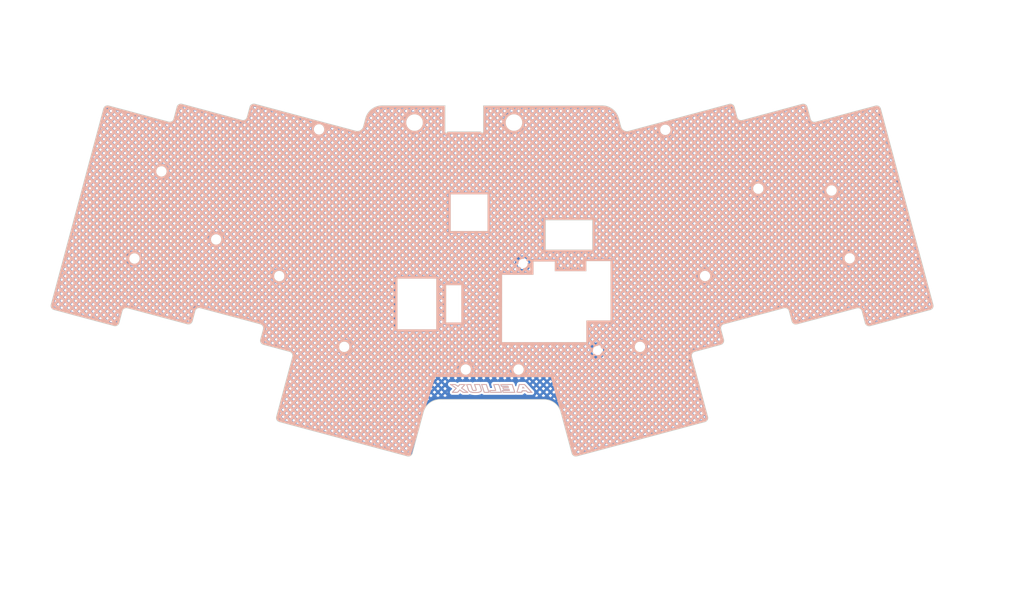
<source format=kicad_pcb>
(kicad_pcb (version 20221018) (generator pcbnew)
  (title_block (title "pcb/cut-slope") (rev "v1.0.0") (company "Unknown"))
  (layers (0 "F.Cu" signal) (31 "B.Cu" signal) (34 "B.Paste" user) (35 "F.Paste" user) (36 "B.SilkS" user "B.Silkscreen") (37 "F.SilkS" user "F.Silkscreen") (38 "B.Mask" user) (39 "F.Mask" user) (44 "Edge.Cuts" user))
  (net 0 "")
  (net 1 "GND")
  (net 2 "ROW3")
  (footprint "clipboard:a4cb5f54-3930-4dc3-aa11-6eaabd465d23" (layer "F.Cu") (at 259.398564 110.040769)
    (fp_text reference "" (at 0 0) (layer "F.SilkS") (effects (font (size 1.27 1.27))))
    (fp_text value "" (at 0 0) (layer "F.SilkS") (effects (font (size 1.27 1.27))))
    (fp_poly (pts (xy 3.6 0) (xy 4.73 0) (xy 5.37 1.91) (xy 4.24 1.92)) (stroke (width 0.2)) (fill none) (layer "B.Cu"))
    (fp_poly (pts (xy 13.54 0.5) (xy 13.97 0.96) (xy 13.4 0.96) (xy 13.53 0.49)) (stroke (width 0.01)) (fill solid) (layer "B.Cu"))
    (fp_poly (pts (xy 6.53 0) (xy 7.73 0) (xy 8.37 1.91) (xy 5.74 1.91) (xy 5.57 1.47) (xy 7.01 1.47)) (stroke (width 0.2)) (fill none) (layer "B.Cu"))
    (fp_poly (pts (xy 13.94 0) (xy 15.71 1.91) (xy 14.71 1.91) (xy 14.36 1.53) (xy 13.4 1.53) (xy 13.29 1.91) (xy 12.12 1.91) (xy 12.72 0)) (stroke (width 0.2)) (fill none) (layer "B.Cu"))
    (fp_poly (pts (xy -3.91 0) (xy -2.81 0.01) (xy -2.09 0.48) (xy -1.65 0) (xy -0.38 0) (xy -1.23 0.89) (xy 0.27 1.91) (xy -0.85 1.91) (xy -1.68 1.33) (xy -2.2 1.91) (xy -3.46 1.91) (xy -2.52 0.92)) (stroke (width 0.2)) (fill none) (layer "B.Cu"))
    (fp_poly (pts (xy 10.98 0) (xy 11.62 1.91) (xy 8.79 1.91) (xy 8.63 1.47) (xy 10.31 1.47) (xy 10.21 1.16) (xy 8.87 1.16) (xy 8.72 0.72) (xy 10.06 0.72) (xy 9.97 0.44) (xy 8.37 0.44) (xy 8.22 0)) (stroke (width 0.2)) (fill none) (layer "B.Cu"))
    (fp_poly (pts (xy 3.12 0) (xy 3.53 1.24) (xy 3.55 1.35) (xy 3.54 1.48) (xy 3.5 1.58) (xy 3.43 1.67) (xy 3.33 1.74) (xy 3.23 1.8) (xy 3.07 1.86) (xy 2.95 1.89) (xy 2.76 1.93) (xy 2.6 1.95) (xy 2.44 1.96) (xy 2.27 1.97) (xy 1.87 1.97) (xy 1.51 1.94) (xy 1.19 1.88) (xy 0.87 1.78) (xy 0.73 1.7) (xy 0.63 1.62) (xy 0.52 1.48) (xy 0.45 1.35) (xy 0.38 1.18) (xy 0.25 0.78) (xy 0 0) (xy 0.97 0) (xy 1.4 1.27) (xy 1.46 1.37) (xy 1.54 1.43) (xy 1.66 1.47) (xy 1.84 1.49) (xy 2.05 1.48) (xy 2.22 1.44) (xy 2.3 1.39) (xy 2.32 1.36) (xy 2.32 1.28) (xy 2.29 1.18) (xy 1.9 0)) (stroke (width 0.2)) (fill none) (layer "B.Cu"))
  )
  (footprint "MountingHole:MountingHole_2.2mm_M2_ISO7380" (layer "F.Cu") (at 272.992694 80.860272 -90)
    (fp_text reference "REF**" hide)
    (fp_text value "MountingHole_2.2mm_M2_ISO7380" hide)
    (pad "" np_thru_hole circle (at 0 0 270) (size 2.2 2.2) (drill 2.2) (layers "F&B.Cu" "*.Mask"))
  )
  (footprint "clipboard:f9645ed8-2e7a-4572-8def-d292b63cdce5" (layer "F.Cu") (at 275.118564 111.960769)
    (fp_text reference "" (at 0 0) (layer "F.SilkS") (effects (font (size 1.27 1.27))))
    (fp_text value "" (at 0 0) (layer "F.SilkS") (effects (font (size 1.27 1.27))))
    (fp_poly (pts (xy -12.11 -1.91) (xy -10.98 -1.91) (xy -10.34 0) (xy -11.47 0.01)) (stroke (width 0.2)) (fill none) (layer "B.SilkS"))
    (fp_poly (pts (xy -2.17 -1.41) (xy -1.74 -0.95) (xy -2.31 -0.95) (xy -2.18 -1.42)) (stroke (width 0.01)) (fill solid) (layer "B.SilkS"))
    (fp_poly (pts (xy -9.18 -1.91) (xy -7.98 -1.91) (xy -7.34 0) (xy -9.97 0) (xy -10.14 -0.44) (xy -8.7 -0.44)) (stroke (width 0.2)) (fill none) (layer "B.SilkS"))
    (fp_poly (pts (xy -1.77 -1.91) (xy 0 0) (xy -1 0) (xy -1.35 -0.38) (xy -2.31 -0.38) (xy -2.42 0) (xy -3.59 0) (xy -2.99 -1.91)) (stroke (width 0.2)) (fill none) (layer "B.SilkS"))
    (fp_poly (pts (xy -19.62 -1.91) (xy -18.52 -1.9) (xy -17.8 -1.43) (xy -17.36 -1.91) (xy -16.09 -1.91) (xy -16.94 -1.02) (xy -15.44 0) (xy -16.56 0) (xy -17.39 -0.58) (xy -17.91 0) (xy -19.17 0) (xy -18.23 -0.99)) (stroke (width 0.2)) (fill none) (layer "B.SilkS"))
    (fp_poly (pts (xy -4.73 -1.91) (xy -4.09 0) (xy -6.92 0) (xy -7.08 -0.44) (xy -5.4 -0.44) (xy -5.5 -0.75) (xy -6.84 -0.75) (xy -6.99 -1.19) (xy -5.65 -1.19) (xy -5.74 -1.47) (xy -7.34 -1.47) (xy -7.49 -1.91)) (stroke (width 0.2)) (fill none) (layer "B.SilkS"))
    (fp_poly (pts (xy -12.59 -1.91) (xy -12.18 -0.67) (xy -12.16 -0.56) (xy -12.17 -0.43) (xy -12.21 -0.33) (xy -12.28 -0.24) (xy -12.38 -0.17) (xy -12.48 -0.11) (xy -12.64 -0.05) (xy -12.76 -0.02) (xy -12.95 0.02) (xy -13.11 0.04) (xy -13.27 0.05) (xy -13.44 0.06) (xy -13.84 0.06) (xy -14.2 0.03) (xy -14.52 -0.03) (xy -14.84 -0.13) (xy -14.98 -0.21) (xy -15.08 -0.29) (xy -15.19 -0.43) (xy -15.26 -0.56) (xy -15.33 -0.73) (xy -15.46 -1.13) (xy -15.71 -1.91) (xy -14.74 -1.91) (xy -14.31 -0.64) (xy -14.25 -0.54) (xy -14.17 -0.48) (xy -14.05 -0.44) (xy -13.87 -0.42) (xy -13.66 -0.43) (xy -13.49 -0.47) (xy -13.41 -0.52) (xy -13.39 -0.55) (xy -13.39 -0.63) (xy -13.42 -0.73) (xy -13.81 -1.91)) (stroke (width 0.2)) (fill none) (layer "B.SilkS"))
  )
  (footprint "" (layer "F.Cu") (at 272.992694 80.860272)
    (fp_text reference "" (at 0 0) (layer "F.SilkS") (effects (font (size 1.27 1.27))))
    (fp_text value "" (at 0 0) (layer "F.SilkS") (effects (font (size 1.27 1.27))))
    (pad "" np_thru_hole circle (at 0 0 270) (size 2.2 2.2) (drill 2.2) (layers "F&B.Cu" "*.Mask"))
  )
  (footprint "MountingHole:MountingHole_2.2mm_M2_ISO7380" (layer "F.Cu") (at 290.982694 101.850272 180)
    (fp_text reference "REF**" hide)
    (fp_text value "MountingHole_2.2mm_M2_ISO7380" hide)
    (pad "" np_thru_hole circle (at 0 0 180) (size 2.2 2.2) (drill 2.2) (layers "F&B.Cu" "*.Mask"))
  )
  (gr_arc (start 254.789899 49.027573) (mid 254.489899 49.327573) (end 254.189899 49.027573) (stroke (width 0.15)) (layer "Edge.Cuts"))
  (gr_arc (start 207.033958 43.055875) (mid 207.501736 42.446236) (end 208.263564 42.345769) (stroke (width 0.15)) (layer "Edge.Cuts"))
  (gr_line (start 288.298564 99.835769) (end 288.298564 94.605769) (stroke (width 0.05)) (layer "Edge.Cuts"))
  (gr_arc (start 176.253564 92.315769) (mid 176.721342 91.70613) (end 177.48317 91.605663) (stroke (width 0.15)) (layer "Edge.Cuts"))
  (gr_arc (start 175.483564 95.190769) (mid 175.015786 95.800408) (end 174.253958 95.900875) (stroke (width 0.15)) (layer "Edge.Cuts"))
  (gr_line (start 159.048097 90.788941) (end 171.720786 43.470408) (stroke (width 0.15)) (layer "Edge.Cuts"))
  (gr_circle (center 229.838564 100.965769) (end 231.098564 100.965769) (stroke (width 0.05)) (fill none) (layer "Edge.Cuts"))
  (gr_line (start 298.482131 48.88568) (end 322.807754 42.361564) (stroke (width 0.15)) (layer "Edge.Cuts"))
  (gr_arc (start 358.120926 42.776097) (mid 358.882754 42.876563) (end 359.350532 43.486203) (stroke (width 0.15)) (layer "Edge.Cuts"))
  (gr_circle (center 316.938564 83.865769) (end 318.198564 83.865769) (stroke (width 0.05)) (fill none) (layer "Edge.Cuts"))
  (gr_arc (start 313.732648 103.37617) (mid 313.833114 102.614341) (end 314.442754 102.146564) (stroke (width 0.15)) (layer "Edge.Cuts"))
  (gr_circle (center 307.358564 48.575769) (end 308.618564 48.575769) (stroke (width 0.05)) (fill none) (layer "Edge.Cuts"))
  (gr_arc (start 216.628564 102.130769) (mid 217.238203 102.598547) (end 217.33867 103.360375) (stroke (width 0.15)) (layer "Edge.Cuts"))
  (gr_circle (center 301.24267 100.965769) (end 302.50267 100.965769) (stroke (width 0.05)) (fill none) (layer "Edge.Cuts"))
  (gr_line (start 353.588148 91.621458) (end 339.114582 95.497031) (stroke (width 0.15)) (layer "Edge.Cuts"))
  (gr_line (start 288.298564 80.260769) (end 288.298564 82.705769) (stroke (width 0.05)) (layer "Edge.Cuts"))
  (gr_circle (center 271.918564 106.445769) (end 273.178564 106.445769) (stroke (width 0.05)) (fill none) (layer "Edge.Cuts"))
  (gr_arc (start 353.588148 91.621458) (mid 354.349988 91.72191) (end 354.817754 92.331564) (stroke (width 0.15)) (layer "Edge.Cuts"))
  (gr_arc (start 209.568458 95.482991) (mid 210.178097 95.950769) (end 210.278564 96.712597) (stroke (width 0.15)) (layer "Edge.Cuts"))
  (gr_circle (center 347.478564 63.225769) (end 348.738564 63.225769) (stroke (width 0.05)) (fill none) (layer "Edge.Cuts"))
  (gr_line (start 213.458458 117.846163) (end 217.33867 103.360375) (stroke (width 0.15)) (layer "Edge.Cuts"))
  (gr_line (start 254.178564 42.730769) (end 254.189899 49.027573) (stroke (width 0.15)) (layer "Edge.Cuts"))
  (gr_line (start 294.128564 80.260769) (end 288.298564 80.260769) (stroke (width 0.05)) (layer "Edge.Cuts"))
  (gr_arc (start 321.46286 99.221958) (mid 321.362394 99.983787) (end 320.752754 100.451564) (stroke (width 0.15)) (layer "Edge.Cuts"))
  (gr_line (start 216.628564 102.130769) (end 210.318564 100.435769) (stroke (width 0.15)) (layer "Edge.Cuts"))
  (gr_line (start 234.946518 45.947038) (end 234.453564 47.790769) (stroke (width 0.15)) (layer "Edge.Cuts"))
  (gr_circle (center 198.908564 75.045769) (end 200.168564 75.045769) (stroke (width 0.05)) (fill none) (layer "Edge.Cuts"))
  (gr_line (start 188.671342 45.93613) (end 189.440786 43.055408) (stroke (width 0.15)) (layer "Edge.Cuts"))
  (gr_arc (start 320.792754 96.728392) (mid 320.893207 95.966556) (end 321.50286 95.498786) (stroke (width 0.15)) (layer "Edge.Cuts"))
  (gr_arc (start 206.37317 45.525663) (mid 205.905392 46.135302) (end 205.143564 46.235769) (stroke (width 0.15)) (layer "Edge.Cuts"))
  (gr_circle (center 214.148564 83.885769) (end 215.408564 83.885769) (stroke (width 0.05)) (fill none) (layer "Edge.Cuts"))
  (gr_arc (start 317.61286 117.861958) (mid 317.512394 118.623787) (end 316.902754 119.091564) (stroke (width 0.15)) (layer "Edge.Cuts"))
  (gr_line (start 359.350532 43.486203) (end 372.023221 90.804736) (stroke (width 0.15)) (layer "Edge.Cuts"))
  (gr_line (start 284.778566 126.65577) (end 282.173564 116.910769) (stroke (width 0.15)) (layer "Edge.Cuts"))
  (gr_arc (start 188.671342 45.93613) (mid 188.203564 46.545769) (end 187.441736 46.646236) (stroke (width 0.15)) (layer "Edge.Cuts"))
  (gr_arc (start 263.429899 49.027573) (mid 263.129899 49.327573) (end 262.829899 49.027573) (stroke (width 0.15)) (layer "Edge.Cuts"))
  (gr_line (start 238.993564 42.725769) (end 254.178564 42.730769) (stroke (width 0.15)) (layer "Edge.Cuts"))
  (gr_line (start 191.956736 95.481236) (end 177.48317 91.605663) (stroke (width 0.15)) (layer "Edge.Cuts"))
  (gr_line (start 296.636227 47.820923) (end 296.13561 45.947038) (stroke (width 0.15)) (layer "Edge.Cuts"))
  (gr_arc (start 246.291342 126.65113) (mid 245.823564 127.260768) (end 245.061736 127.361236) (stroke (width 0.15)) (layer "Edge.Cuts"))
  (gr_line (start 263.429899 49.027573) (end 263.433564 42.745769) (stroke (width 0.15)) (layer "Edge.Cuts"))
  (gr_arc (start 340.400926 42.361097) (mid 341.162754 42.461563) (end 341.630532 43.071203) (stroke (width 0.15)) (layer "Edge.Cuts"))
  (gr_line (start 175.483564 95.190769) (end 176.253564 92.315769) (stroke (width 0.15)) (layer "Edge.Cuts"))
  (gr_line (start 371.313115 92.034342) (end 356.81736 95.91667) (stroke (width 0.15)) (layer "Edge.Cuts"))
  (gr_arc (start 214.168564 119.075769) (mid 213.558925 118.607991) (end 213.458458 117.846163) (stroke (width 0.15)) (layer "Edge.Cuts"))
  (gr_arc (start 234.453564 47.790769) (mid 233.751227 48.705615) (end 232.60766 48.855526) (stroke (width 0.15)) (layer "Edge.Cuts"))
  (gr_arc (start 189.440786 43.055408) (mid 189.908564 42.445769) (end 190.670392 42.345302) (stroke (width 0.15)) (layer "Edge.Cuts"))
  (gr_arc (start 322.807754 42.361564) (mid 323.56958 42.462035) (end 324.03736 43.07167) (stroke (width 0.15)) (layer "Edge.Cuts"))
  (gr_arc (start 343.629582 46.662031) (mid 342.867758 46.561561) (end 342.399976 45.951925) (stroke (width 0.15)) (layer "Edge.Cuts"))
  (gr_rect (start 278.434814 70.360769) (end 289.768564 77.535769) (stroke (width 0.15)) (fill none) (layer "Edge.Cuts"))
  (gr_line (start 205.143564 46.235769) (end 190.670392 42.345302) (stroke (width 0.15)) (layer "Edge.Cuts"))
  (gr_arc (start 278.126518 113.6895) (mid 280.712787 114.593128) (end 282.173564 116.910769) (stroke (width 0.15)) (layer "Edge.Cuts"))
  (gr_circle (center 185.698564 58.615769) (end 186.958564 58.615769) (stroke (width 0.05)) (fill none) (layer "Edge.Cuts"))
  (gr_circle (center 179.188564 79.645769) (end 180.448564 79.645769) (stroke (width 0.05)) (fill none) (layer "Edge.Cuts"))
  (gr_line (start 267.928564 99.835769) (end 288.298564 99.835769) (stroke (width 0.05)) (layer "Edge.Cuts"))
  (gr_arc (start 292.088564 42.725769) (mid 294.674834 43.629395) (end 296.13561 45.947038) (stroke (width 0.15)) (layer "Edge.Cuts"))
  (gr_circle (center 246.808564 46.830769) (end 248.813564 46.835769) (stroke (width 0.05)) (fill none) (layer "Edge.Cuts"))
  (gr_line (start 280.668564 82.705769) (end 280.678564 80.375769) (stroke (width 0.05)) (layer "Edge.Cuts"))
  (gr_line (start 193.186342 94.77113) (end 193.843564 92.310769) (stroke (width 0.15)) (layer "Edge.Cuts"))
  (gr_line (start 324.03736 43.07167) (end 324.698148 45.541458) (stroke (width 0.15)) (layer "Edge.Cuts"))
  (gr_line (start 340.400926 42.361097) (end 325.927754 46.251564) (stroke (width 0.15)) (layer "Edge.Cuts"))
  (gr_arc (start 193.843958 92.305875) (mid 194.311736 91.696236) (end 195.073564 91.595769) (stroke (width 0.15)) (layer "Edge.Cuts"))
  (gr_line (start 174.253958 95.900875) (end 159.758203 92.018547) (stroke (width 0.15)) (layer "Edge.Cuts"))
  (gr_arc (start 298.482131 48.88568) (mid 297.338564 48.735769) (end 296.636227 47.820923) (stroke (width 0.15)) (layer "Edge.Cuts"))
  (gr_line (start 246.291342 126.65113) (end 248.908564 116.900769) (stroke (width 0.15)) (layer "Edge.Cuts"))
  (gr_line (start 288.298564 82.705769) (end 280.668564 82.705769) (stroke (width 0.05)) (layer "Edge.Cuts"))
  (gr_arc (start 325.927754 46.251564) (mid 325.165928 46.151093) (end 324.698148 45.541458) (stroke (width 0.15)) (layer "Edge.Cuts"))
  (gr_arc (start 171.720786 43.470408) (mid 172.188564 42.860769) (end 172.950392 42.760302) (stroke (width 0.15)) (layer "Edge.Cuts"))
  (gr_line (start 313.732648 103.37617) (end 317.61286 117.861958) (stroke (width 0.15)) (layer "Edge.Cuts"))
  (gr_line (start 341.630532 43.071203) (end 342.399976 45.951925) (stroke (width 0.15)) (layer "Edge.Cuts"))
  (gr_line (start 294.128564 94.605769) (end 294.128564 80.260769) (stroke (width 0.05)) (layer "Edge.Cuts"))
  (gr_line (start 267.938564 83.585769) (end 267.928564 99.835769) (stroke (width 0.05)) (layer "Edge.Cuts"))
  (gr_line (start 288.298564 94.605769) (end 294.128564 94.605769) (stroke (width 0.05)) (layer "Edge.Cuts"))
  (gr_arc (start 335.997754 91.611564) (mid 336.75958 91.712035) (end 337.22736 92.32167) (stroke (width 0.15)) (layer "Edge.Cuts"))
  (gr_rect (start 242.688564 84.485769) (end 252.063564 96.755769) (stroke (width 0.05)) (fill none) (layer "Edge.Cuts"))
  (gr_arc (start 159.758203 92.018547) (mid 159.148564 91.550769) (end 159.048097 90.788941) (stroke (width 0.15)) (layer "Edge.Cuts"))
  (gr_line (start 254.789899 49.027573) (end 262.829899 49.027573) (stroke (width 0.15)) (layer "Edge.Cuts"))
  (gr_line (start 337.227754 92.326564) (end 337.884976 94.786925) (stroke (width 0.15)) (layer "Edge.Cuts"))
  (gr_circle (center 351.868564 79.605769) (end 353.128564 79.605769) (stroke (width 0.05)) (fill none) (layer "Edge.Cuts"))
  (gr_arc (start 339.114582 95.497031) (mid 338.352753 95.396566) (end 337.884976 94.786925) (stroke (width 0.15)) (layer "Edge.Cuts"))
  (gr_arc (start 248.908564 116.900769) (mid 250.369341 114.583128) (end 252.95561 113.6795) (stroke (width 0.15)) (layer "Edge.Cuts"))
  (gr_rect (start 255.533564 64.170769) (end 264.428564 73.010769) (stroke (width 0.05)) (fill none) (layer "Edge.Cuts"))
  (gr_arc (start 286.008172 127.365876) (mid 285.246342 127.265411) (end 284.778566 126.65577) (stroke (width 0.15)) (layer "Edge.Cuts"))
  (gr_line (start 263.433564 42.745769) (end 292.088564 42.725769) (stroke (width 0.15)) (layer "Edge.Cuts"))
  (gr_line (start 209.568458 95.482991) (end 195.073564 91.595769) (stroke (width 0.15)) (layer "Edge.Cuts"))
  (gr_circle (center 223.748564 48.475769) (end 225.008564 48.475769) (stroke (width 0.05)) (fill none) (layer "Edge.Cuts"))
  (gr_circle (center 270.808564 46.825769) (end 272.813564 46.830769) (stroke (width 0.05)) (fill none) (layer "Edge.Cuts"))
  (gr_arc (start 234.946518 45.947038) (mid 236.407295 43.629397) (end 238.993564 42.725769) (stroke (width 0.15)) (layer "Edge.Cuts"))
  (gr_arc (start 356.81736 95.91667) (mid 356.055542 95.816189) (end 355.587754 95.206564) (stroke (width 0.15)) (layer "Edge.Cuts"))
  (gr_line (start 275.528564 80.375769) (end 275.528564 83.585769) (stroke (width 0.05)) (layer "Edge.Cuts"))
  (gr_arc (start 372.023221 90.804736) (mid 371.922749 91.566564) (end 371.313115 92.034342) (stroke (width 0.15)) (layer "Edge.Cuts"))
  (gr_arc (start 210.318564 100.435769) (mid 209.708925 99.967991) (end 209.608458 99.206163) (stroke (width 0.15)) (layer "Edge.Cuts"))
  (gr_line (start 208.263564 42.345769) (end 232.60766 48.855526) (stroke (width 0.15)) (layer "Edge.Cuts"))
  (gr_line (start 320.792754 96.728392) (end 321.46286 99.221958) (stroke (width 0.15)) (layer "Edge.Cuts"))
  (gr_line (start 280.678564 80.375769) (end 275.528564 80.375769) (stroke (width 0.05)) (layer "Edge.Cuts"))
  (gr_line (start 275.528564 83.585769) (end 267.938564 83.585769) (stroke (width 0.05)) (layer "Edge.Cuts"))
  (gr_line (start 316.902754 119.091564) (end 286.008172 127.365876) (stroke (width 0.15)) (layer "Edge.Cuts"))
  (gr_line (start 206.37317 45.525663) (end 207.033958 43.055875) (stroke (width 0.15)) (layer "Edge.Cuts"))
  (gr_circle (center 329.798564 62.785769) (end 331.058564 62.785769) (stroke (width 0.05)) (fill none) (layer "Edge.Cuts"))
  (gr_line (start 172.950392 42.760302) (end 187.441736 46.646236) (stroke (width 0.15)) (layer "Edge.Cuts"))
  (gr_rect (start 254.438564 86.085769) (end 258.108564 95.095769) (stroke (width 0.05)) (fill none) (layer "Edge.Cuts"))
  (gr_line (start 245.061736 127.361236) (end 214.168564 119.075769) (stroke (width 0.15)) (layer "Edge.Cuts"))
  (gr_circle (center 259.162668 106.445769) (end 260.422668 106.445769) (stroke (width 0.05)) (fill none) (layer "Edge.Cuts"))
  (gr_arc (start 193.186342 94.77113) (mid 192.718564 95.380769) (end 191.956736 95.481236) (stroke (width 0.15)) (layer "Edge.Cuts"))
  (gr_line (start 335.997754 91.611564) (end 321.50286 95.498786) (stroke (width 0.15)) (layer "Edge.Cuts"))
  (gr_line (start 209.608458 99.206163) (end 210.278564 96.712597) (stroke (width 0.15)) (layer "Edge.Cuts"))
  (gr_line (start 278.126518 113.6895) (end 252.95561 113.6795) (stroke (width 0.15)) (layer "Edge.Cuts"))
  (gr_line (start 343.629582 46.662031) (end 358.120926 42.776097) (stroke (width 0.15)) (layer "Edge.Cuts"))
  (gr_line (start 354.817754 92.331564) (end 355.587754 95.206564) (stroke (width 0.15)) (layer "Edge.Cuts"))
  (gr_line (start 320.752754 100.451564) (end 314.442754 102.146564) (stroke (width 0.15)) (layer "Edge.Cuts"))
  (segment (start 275.828564 75.915769) (end 276.438564 75.915769) (width 0.2) (layer "F.Cu") (net 2))
  (zone (net 1) (net_name "GND") (layer "B.Cu") (connect_pads (clearance 0.5)) (min_thickness 0.25) (fill yes (mode hatch) (thermal_gap 0.5) (thermal_bridge_width 0.5) (hatch_thickness 0.6) (hatch_gap 0.6) (hatch_orientation 45) (hatch_border_algorithm hatch_thickness) (hatch_min_hole_area 0.3))
    (polygon (pts (xy 156.958564 29.035769) (xy 379.458564 29.035769) (xy 379.458564 131.535769) (xy 156.958564 131.535769)))
  )
  (zone (net 0) (net_name "") (layer "B.SilkS") (connect_pads (clearance 0)) (min_thickness 0.25) (fill yes (mode hatch) (thermal_gap 0.5) (thermal_bridge_width 0.5) (hatch_thickness 0.6) (hatch_gap 0.6) (hatch_orientation 45) (hatch_border_algorithm hatch_thickness) (hatch_min_hole_area 0.3))
    (polygon (pts (xy 148.623564 17.255769) (xy 393.963564 19.420769) (xy 392.518564 162.295769) (xy 285.038564 127.365769) (xy 279.703564 108.295769) (xy 251.833564 108.265769) (xy 249.678564 114.915769) (xy 245.518564 128.450769) (xy 146.728564 123.200769) (xy 148.628564 17.235769)))
  )
)
</source>
